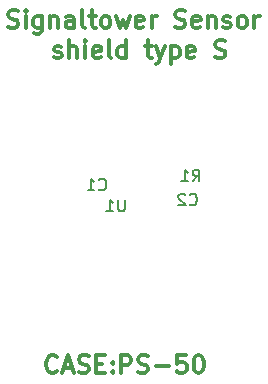
<source format=gbr>
G04 #@! TF.GenerationSoftware,KiCad,Pcbnew,(5.1.4)-1*
G04 #@! TF.CreationDate,2019-11-11T10:23:09+09:00*
G04 #@! TF.ProjectId,sig_sensor,7369675f-7365-46e7-936f-722e6b696361,rev?*
G04 #@! TF.SameCoordinates,Original*
G04 #@! TF.FileFunction,Legend,Top*
G04 #@! TF.FilePolarity,Positive*
%FSLAX46Y46*%
G04 Gerber Fmt 4.6, Leading zero omitted, Abs format (unit mm)*
G04 Created by KiCad (PCBNEW (5.1.4)-1) date 2019-11-11 10:23:09*
%MOMM*%
%LPD*%
G04 APERTURE LIST*
%ADD10C,0.300000*%
%ADD11C,0.150000*%
G04 APERTURE END LIST*
D10*
X147412000Y-98071714D02*
X147340571Y-98143142D01*
X147126285Y-98214571D01*
X146983428Y-98214571D01*
X146769142Y-98143142D01*
X146626285Y-98000285D01*
X146554857Y-97857428D01*
X146483428Y-97571714D01*
X146483428Y-97357428D01*
X146554857Y-97071714D01*
X146626285Y-96928857D01*
X146769142Y-96786000D01*
X146983428Y-96714571D01*
X147126285Y-96714571D01*
X147340571Y-96786000D01*
X147412000Y-96857428D01*
X147983428Y-97786000D02*
X148697714Y-97786000D01*
X147840571Y-98214571D02*
X148340571Y-96714571D01*
X148840571Y-98214571D01*
X149269142Y-98143142D02*
X149483428Y-98214571D01*
X149840571Y-98214571D01*
X149983428Y-98143142D01*
X150054857Y-98071714D01*
X150126285Y-97928857D01*
X150126285Y-97786000D01*
X150054857Y-97643142D01*
X149983428Y-97571714D01*
X149840571Y-97500285D01*
X149554857Y-97428857D01*
X149412000Y-97357428D01*
X149340571Y-97286000D01*
X149269142Y-97143142D01*
X149269142Y-97000285D01*
X149340571Y-96857428D01*
X149412000Y-96786000D01*
X149554857Y-96714571D01*
X149912000Y-96714571D01*
X150126285Y-96786000D01*
X150769142Y-97428857D02*
X151269142Y-97428857D01*
X151483428Y-98214571D02*
X150769142Y-98214571D01*
X150769142Y-96714571D01*
X151483428Y-96714571D01*
X152126285Y-98071714D02*
X152197714Y-98143142D01*
X152126285Y-98214571D01*
X152054857Y-98143142D01*
X152126285Y-98071714D01*
X152126285Y-98214571D01*
X152126285Y-97286000D02*
X152197714Y-97357428D01*
X152126285Y-97428857D01*
X152054857Y-97357428D01*
X152126285Y-97286000D01*
X152126285Y-97428857D01*
X152840571Y-98214571D02*
X152840571Y-96714571D01*
X153412000Y-96714571D01*
X153554857Y-96786000D01*
X153626285Y-96857428D01*
X153697714Y-97000285D01*
X153697714Y-97214571D01*
X153626285Y-97357428D01*
X153554857Y-97428857D01*
X153412000Y-97500285D01*
X152840571Y-97500285D01*
X154269142Y-98143142D02*
X154483428Y-98214571D01*
X154840571Y-98214571D01*
X154983428Y-98143142D01*
X155054857Y-98071714D01*
X155126285Y-97928857D01*
X155126285Y-97786000D01*
X155054857Y-97643142D01*
X154983428Y-97571714D01*
X154840571Y-97500285D01*
X154554857Y-97428857D01*
X154412000Y-97357428D01*
X154340571Y-97286000D01*
X154269142Y-97143142D01*
X154269142Y-97000285D01*
X154340571Y-96857428D01*
X154412000Y-96786000D01*
X154554857Y-96714571D01*
X154912000Y-96714571D01*
X155126285Y-96786000D01*
X155769142Y-97643142D02*
X156912000Y-97643142D01*
X158340571Y-96714571D02*
X157626285Y-96714571D01*
X157554857Y-97428857D01*
X157626285Y-97357428D01*
X157769142Y-97286000D01*
X158126285Y-97286000D01*
X158269142Y-97357428D01*
X158340571Y-97428857D01*
X158412000Y-97571714D01*
X158412000Y-97928857D01*
X158340571Y-98071714D01*
X158269142Y-98143142D01*
X158126285Y-98214571D01*
X157769142Y-98214571D01*
X157626285Y-98143142D01*
X157554857Y-98071714D01*
X159340571Y-96714571D02*
X159483428Y-96714571D01*
X159626285Y-96786000D01*
X159697714Y-96857428D01*
X159769142Y-97000285D01*
X159840571Y-97286000D01*
X159840571Y-97643142D01*
X159769142Y-97928857D01*
X159697714Y-98071714D01*
X159626285Y-98143142D01*
X159483428Y-98214571D01*
X159340571Y-98214571D01*
X159197714Y-98143142D01*
X159126285Y-98071714D01*
X159054857Y-97928857D01*
X158983428Y-97643142D01*
X158983428Y-97286000D01*
X159054857Y-97000285D01*
X159126285Y-96857428D01*
X159197714Y-96786000D01*
X159340571Y-96714571D01*
X143289142Y-68928142D02*
X143503428Y-68999571D01*
X143860571Y-68999571D01*
X144003428Y-68928142D01*
X144074857Y-68856714D01*
X144146285Y-68713857D01*
X144146285Y-68571000D01*
X144074857Y-68428142D01*
X144003428Y-68356714D01*
X143860571Y-68285285D01*
X143574857Y-68213857D01*
X143432000Y-68142428D01*
X143360571Y-68071000D01*
X143289142Y-67928142D01*
X143289142Y-67785285D01*
X143360571Y-67642428D01*
X143432000Y-67571000D01*
X143574857Y-67499571D01*
X143932000Y-67499571D01*
X144146285Y-67571000D01*
X144789142Y-68999571D02*
X144789142Y-67999571D01*
X144789142Y-67499571D02*
X144717714Y-67571000D01*
X144789142Y-67642428D01*
X144860571Y-67571000D01*
X144789142Y-67499571D01*
X144789142Y-67642428D01*
X146146285Y-67999571D02*
X146146285Y-69213857D01*
X146074857Y-69356714D01*
X146003428Y-69428142D01*
X145860571Y-69499571D01*
X145646285Y-69499571D01*
X145503428Y-69428142D01*
X146146285Y-68928142D02*
X146003428Y-68999571D01*
X145717714Y-68999571D01*
X145574857Y-68928142D01*
X145503428Y-68856714D01*
X145432000Y-68713857D01*
X145432000Y-68285285D01*
X145503428Y-68142428D01*
X145574857Y-68071000D01*
X145717714Y-67999571D01*
X146003428Y-67999571D01*
X146146285Y-68071000D01*
X146860571Y-67999571D02*
X146860571Y-68999571D01*
X146860571Y-68142428D02*
X146932000Y-68071000D01*
X147074857Y-67999571D01*
X147289142Y-67999571D01*
X147432000Y-68071000D01*
X147503428Y-68213857D01*
X147503428Y-68999571D01*
X148860571Y-68999571D02*
X148860571Y-68213857D01*
X148789142Y-68071000D01*
X148646285Y-67999571D01*
X148360571Y-67999571D01*
X148217714Y-68071000D01*
X148860571Y-68928142D02*
X148717714Y-68999571D01*
X148360571Y-68999571D01*
X148217714Y-68928142D01*
X148146285Y-68785285D01*
X148146285Y-68642428D01*
X148217714Y-68499571D01*
X148360571Y-68428142D01*
X148717714Y-68428142D01*
X148860571Y-68356714D01*
X149789142Y-68999571D02*
X149646285Y-68928142D01*
X149574857Y-68785285D01*
X149574857Y-67499571D01*
X150146285Y-67999571D02*
X150717714Y-67999571D01*
X150360571Y-67499571D02*
X150360571Y-68785285D01*
X150432000Y-68928142D01*
X150574857Y-68999571D01*
X150717714Y-68999571D01*
X151432000Y-68999571D02*
X151289142Y-68928142D01*
X151217714Y-68856714D01*
X151146285Y-68713857D01*
X151146285Y-68285285D01*
X151217714Y-68142428D01*
X151289142Y-68071000D01*
X151432000Y-67999571D01*
X151646285Y-67999571D01*
X151789142Y-68071000D01*
X151860571Y-68142428D01*
X151932000Y-68285285D01*
X151932000Y-68713857D01*
X151860571Y-68856714D01*
X151789142Y-68928142D01*
X151646285Y-68999571D01*
X151432000Y-68999571D01*
X152432000Y-67999571D02*
X152717714Y-68999571D01*
X153003428Y-68285285D01*
X153289142Y-68999571D01*
X153574857Y-67999571D01*
X154717714Y-68928142D02*
X154574857Y-68999571D01*
X154289142Y-68999571D01*
X154146285Y-68928142D01*
X154074857Y-68785285D01*
X154074857Y-68213857D01*
X154146285Y-68071000D01*
X154289142Y-67999571D01*
X154574857Y-67999571D01*
X154717714Y-68071000D01*
X154789142Y-68213857D01*
X154789142Y-68356714D01*
X154074857Y-68499571D01*
X155432000Y-68999571D02*
X155432000Y-67999571D01*
X155432000Y-68285285D02*
X155503428Y-68142428D01*
X155574857Y-68071000D01*
X155717714Y-67999571D01*
X155860571Y-67999571D01*
X157432000Y-68928142D02*
X157646285Y-68999571D01*
X158003428Y-68999571D01*
X158146285Y-68928142D01*
X158217714Y-68856714D01*
X158289142Y-68713857D01*
X158289142Y-68571000D01*
X158217714Y-68428142D01*
X158146285Y-68356714D01*
X158003428Y-68285285D01*
X157717714Y-68213857D01*
X157574857Y-68142428D01*
X157503428Y-68071000D01*
X157432000Y-67928142D01*
X157432000Y-67785285D01*
X157503428Y-67642428D01*
X157574857Y-67571000D01*
X157717714Y-67499571D01*
X158074857Y-67499571D01*
X158289142Y-67571000D01*
X159503428Y-68928142D02*
X159360571Y-68999571D01*
X159074857Y-68999571D01*
X158932000Y-68928142D01*
X158860571Y-68785285D01*
X158860571Y-68213857D01*
X158932000Y-68071000D01*
X159074857Y-67999571D01*
X159360571Y-67999571D01*
X159503428Y-68071000D01*
X159574857Y-68213857D01*
X159574857Y-68356714D01*
X158860571Y-68499571D01*
X160217714Y-67999571D02*
X160217714Y-68999571D01*
X160217714Y-68142428D02*
X160289142Y-68071000D01*
X160432000Y-67999571D01*
X160646285Y-67999571D01*
X160789142Y-68071000D01*
X160860571Y-68213857D01*
X160860571Y-68999571D01*
X161503428Y-68928142D02*
X161646285Y-68999571D01*
X161932000Y-68999571D01*
X162074857Y-68928142D01*
X162146285Y-68785285D01*
X162146285Y-68713857D01*
X162074857Y-68571000D01*
X161932000Y-68499571D01*
X161717714Y-68499571D01*
X161574857Y-68428142D01*
X161503428Y-68285285D01*
X161503428Y-68213857D01*
X161574857Y-68071000D01*
X161717714Y-67999571D01*
X161932000Y-67999571D01*
X162074857Y-68071000D01*
X163003428Y-68999571D02*
X162860571Y-68928142D01*
X162789142Y-68856714D01*
X162717714Y-68713857D01*
X162717714Y-68285285D01*
X162789142Y-68142428D01*
X162860571Y-68071000D01*
X163003428Y-67999571D01*
X163217714Y-67999571D01*
X163360571Y-68071000D01*
X163432000Y-68142428D01*
X163503428Y-68285285D01*
X163503428Y-68713857D01*
X163432000Y-68856714D01*
X163360571Y-68928142D01*
X163217714Y-68999571D01*
X163003428Y-68999571D01*
X164146285Y-68999571D02*
X164146285Y-67999571D01*
X164146285Y-68285285D02*
X164217714Y-68142428D01*
X164289142Y-68071000D01*
X164432000Y-67999571D01*
X164574857Y-67999571D01*
X147182000Y-71478142D02*
X147324857Y-71549571D01*
X147610571Y-71549571D01*
X147753428Y-71478142D01*
X147824857Y-71335285D01*
X147824857Y-71263857D01*
X147753428Y-71121000D01*
X147610571Y-71049571D01*
X147396285Y-71049571D01*
X147253428Y-70978142D01*
X147182000Y-70835285D01*
X147182000Y-70763857D01*
X147253428Y-70621000D01*
X147396285Y-70549571D01*
X147610571Y-70549571D01*
X147753428Y-70621000D01*
X148467714Y-71549571D02*
X148467714Y-70049571D01*
X149110571Y-71549571D02*
X149110571Y-70763857D01*
X149039142Y-70621000D01*
X148896285Y-70549571D01*
X148682000Y-70549571D01*
X148539142Y-70621000D01*
X148467714Y-70692428D01*
X149824857Y-71549571D02*
X149824857Y-70549571D01*
X149824857Y-70049571D02*
X149753428Y-70121000D01*
X149824857Y-70192428D01*
X149896285Y-70121000D01*
X149824857Y-70049571D01*
X149824857Y-70192428D01*
X151110571Y-71478142D02*
X150967714Y-71549571D01*
X150682000Y-71549571D01*
X150539142Y-71478142D01*
X150467714Y-71335285D01*
X150467714Y-70763857D01*
X150539142Y-70621000D01*
X150682000Y-70549571D01*
X150967714Y-70549571D01*
X151110571Y-70621000D01*
X151182000Y-70763857D01*
X151182000Y-70906714D01*
X150467714Y-71049571D01*
X152039142Y-71549571D02*
X151896285Y-71478142D01*
X151824857Y-71335285D01*
X151824857Y-70049571D01*
X153253428Y-71549571D02*
X153253428Y-70049571D01*
X153253428Y-71478142D02*
X153110571Y-71549571D01*
X152824857Y-71549571D01*
X152682000Y-71478142D01*
X152610571Y-71406714D01*
X152539142Y-71263857D01*
X152539142Y-70835285D01*
X152610571Y-70692428D01*
X152682000Y-70621000D01*
X152824857Y-70549571D01*
X153110571Y-70549571D01*
X153253428Y-70621000D01*
X154896285Y-70549571D02*
X155467714Y-70549571D01*
X155110571Y-70049571D02*
X155110571Y-71335285D01*
X155182000Y-71478142D01*
X155324857Y-71549571D01*
X155467714Y-71549571D01*
X155824857Y-70549571D02*
X156182000Y-71549571D01*
X156539142Y-70549571D02*
X156182000Y-71549571D01*
X156039142Y-71906714D01*
X155967714Y-71978142D01*
X155824857Y-72049571D01*
X157110571Y-70549571D02*
X157110571Y-72049571D01*
X157110571Y-70621000D02*
X157253428Y-70549571D01*
X157539142Y-70549571D01*
X157682000Y-70621000D01*
X157753428Y-70692428D01*
X157824857Y-70835285D01*
X157824857Y-71263857D01*
X157753428Y-71406714D01*
X157682000Y-71478142D01*
X157539142Y-71549571D01*
X157253428Y-71549571D01*
X157110571Y-71478142D01*
X159039142Y-71478142D02*
X158896285Y-71549571D01*
X158610571Y-71549571D01*
X158467714Y-71478142D01*
X158396285Y-71335285D01*
X158396285Y-70763857D01*
X158467714Y-70621000D01*
X158610571Y-70549571D01*
X158896285Y-70549571D01*
X159039142Y-70621000D01*
X159110571Y-70763857D01*
X159110571Y-70906714D01*
X158396285Y-71049571D01*
X160824857Y-71478142D02*
X161039142Y-71549571D01*
X161396285Y-71549571D01*
X161539142Y-71478142D01*
X161610571Y-71406714D01*
X161681999Y-71263857D01*
X161681999Y-71121000D01*
X161610571Y-70978142D01*
X161539142Y-70906714D01*
X161396285Y-70835285D01*
X161110571Y-70763857D01*
X160967714Y-70692428D01*
X160896285Y-70621000D01*
X160824857Y-70478142D01*
X160824857Y-70335285D01*
X160896285Y-70192428D01*
X160967714Y-70121000D01*
X161110571Y-70049571D01*
X161467714Y-70049571D01*
X161681999Y-70121000D01*
D11*
X153161904Y-83526380D02*
X153161904Y-84335904D01*
X153114285Y-84431142D01*
X153066666Y-84478761D01*
X152971428Y-84526380D01*
X152780952Y-84526380D01*
X152685714Y-84478761D01*
X152638095Y-84431142D01*
X152590476Y-84335904D01*
X152590476Y-83526380D01*
X151590476Y-84526380D02*
X152161904Y-84526380D01*
X151876190Y-84526380D02*
X151876190Y-83526380D01*
X151971428Y-83669238D01*
X152066666Y-83764476D01*
X152161904Y-83812095D01*
X158916666Y-81986380D02*
X159250000Y-81510190D01*
X159488095Y-81986380D02*
X159488095Y-80986380D01*
X159107142Y-80986380D01*
X159011904Y-81034000D01*
X158964285Y-81081619D01*
X158916666Y-81176857D01*
X158916666Y-81319714D01*
X158964285Y-81414952D01*
X159011904Y-81462571D01*
X159107142Y-81510190D01*
X159488095Y-81510190D01*
X157964285Y-81986380D02*
X158535714Y-81986380D01*
X158250000Y-81986380D02*
X158250000Y-80986380D01*
X158345238Y-81129238D01*
X158440476Y-81224476D01*
X158535714Y-81272095D01*
X158662666Y-83923142D02*
X158710285Y-83970761D01*
X158853142Y-84018380D01*
X158948380Y-84018380D01*
X159091238Y-83970761D01*
X159186476Y-83875523D01*
X159234095Y-83780285D01*
X159281714Y-83589809D01*
X159281714Y-83446952D01*
X159234095Y-83256476D01*
X159186476Y-83161238D01*
X159091238Y-83066000D01*
X158948380Y-83018380D01*
X158853142Y-83018380D01*
X158710285Y-83066000D01*
X158662666Y-83113619D01*
X158281714Y-83113619D02*
X158234095Y-83066000D01*
X158138857Y-83018380D01*
X157900761Y-83018380D01*
X157805523Y-83066000D01*
X157757904Y-83113619D01*
X157710285Y-83208857D01*
X157710285Y-83304095D01*
X157757904Y-83446952D01*
X158329333Y-84018380D01*
X157710285Y-84018380D01*
X150964666Y-82653142D02*
X151012285Y-82700761D01*
X151155142Y-82748380D01*
X151250380Y-82748380D01*
X151393238Y-82700761D01*
X151488476Y-82605523D01*
X151536095Y-82510285D01*
X151583714Y-82319809D01*
X151583714Y-82176952D01*
X151536095Y-81986476D01*
X151488476Y-81891238D01*
X151393238Y-81796000D01*
X151250380Y-81748380D01*
X151155142Y-81748380D01*
X151012285Y-81796000D01*
X150964666Y-81843619D01*
X150012285Y-82748380D02*
X150583714Y-82748380D01*
X150298000Y-82748380D02*
X150298000Y-81748380D01*
X150393238Y-81891238D01*
X150488476Y-81986476D01*
X150583714Y-82034095D01*
M02*

</source>
